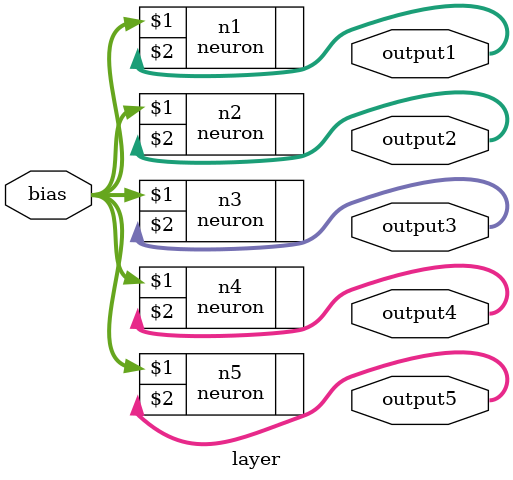
<source format=v>
module layer(
    input [31:0] bias,
    output [31:0] output1, output2, output3, output4, output5
);

// Instantiate neurons with ReLU activation
// Placeholder connections - actual implementation will depend on network architecture
 neuron n1(bias, output1);
neuron n2( bias,output2);
neuron n3( bias,output3);
neuron n4( bias,output4);
neuron n5( bias,output5);

// ... Repeat for other neurons

endmodule

</source>
